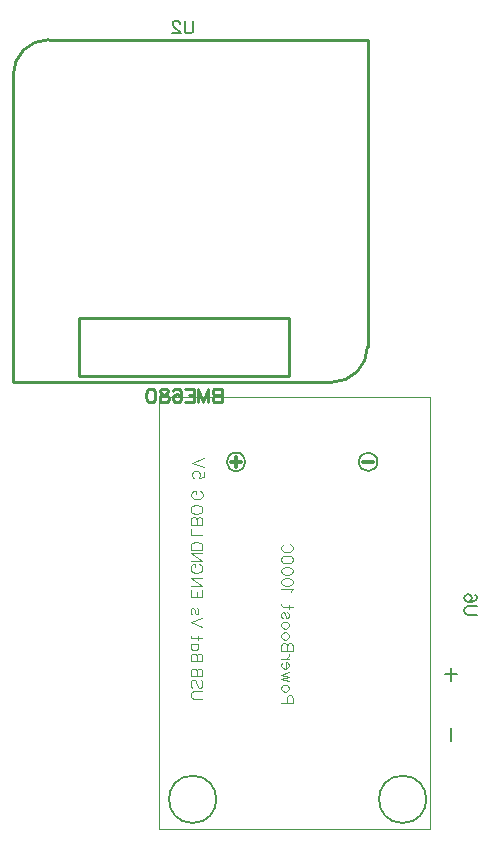
<source format=gbo>
G04 Layer: BottomSilkscreenLayer*
G04 EasyEDA v6.5.51, 2026-01-27 03:17:30*
G04 77339762291546cc9e75e89c24e87ab3,64650944e1e6431b8ca2675abf886f56,10*
G04 Gerber Generator version 0.2*
G04 Scale: 100 percent, Rotated: No, Reflected: No *
G04 Dimensions in millimeters *
G04 leading zeros omitted , absolute positions ,4 integer and 5 decimal *
%FSLAX45Y45*%
%MOMM*%

%ADD10C,0.1524*%
%ADD11C,0.2500*%
%ADD12C,0.1219*%
%ADD13C,0.2540*%
%ADD14C,0.3048*%
%ADD15C,0.1000*%
%ADD16C,0.2032*%
%ADD17C,0.0105*%

%LPD*%
D10*
X2273172Y3328543D02*
G01*
X2273172Y3250564D01*
X2268093Y3235070D01*
X2257679Y3224656D01*
X2241931Y3219577D01*
X2231516Y3219577D01*
X2216022Y3224656D01*
X2205609Y3235070D01*
X2200529Y3250564D01*
X2200529Y3328543D01*
X2160904Y3302635D02*
G01*
X2160904Y3307714D01*
X2155825Y3318129D01*
X2150490Y3323462D01*
X2140077Y3328543D01*
X2119502Y3328543D01*
X2109088Y3323462D01*
X2103754Y3318129D01*
X2098675Y3307714D01*
X2098675Y3297301D01*
X2103754Y3286887D01*
X2114168Y3271393D01*
X2166238Y3219577D01*
X2093340Y3219577D01*
D11*
X2514467Y210202D02*
G01*
X2514467Y95648D01*
X2514467Y210202D02*
G01*
X2465445Y210202D01*
X2448935Y204614D01*
X2443601Y199280D01*
X2438013Y188358D01*
X2438013Y177436D01*
X2443601Y166514D01*
X2448935Y160926D01*
X2465445Y155592D01*
X2514467Y155592D02*
G01*
X2465445Y155592D01*
X2448935Y150004D01*
X2443601Y144670D01*
X2438013Y133748D01*
X2438013Y117492D01*
X2443601Y106570D01*
X2448935Y100982D01*
X2465445Y95648D01*
X2514467Y95648D01*
X2402199Y210202D02*
G01*
X2402199Y95648D01*
X2402199Y210202D02*
G01*
X2358511Y95648D01*
X2314823Y210202D02*
G01*
X2358511Y95648D01*
X2314823Y210202D02*
G01*
X2314823Y95648D01*
X2278755Y210202D02*
G01*
X2278755Y95648D01*
X2278755Y210202D02*
G01*
X2207889Y210202D01*
X2278755Y155592D02*
G01*
X2235321Y155592D01*
X2278755Y95648D02*
G01*
X2207889Y95648D01*
X2106543Y193692D02*
G01*
X2111877Y204614D01*
X2128387Y210202D01*
X2139309Y210202D01*
X2155565Y204614D01*
X2166487Y188358D01*
X2172075Y160926D01*
X2172075Y133748D01*
X2166487Y111904D01*
X2155565Y100982D01*
X2139309Y95648D01*
X2133721Y95648D01*
X2117465Y100982D01*
X2106543Y111904D01*
X2100955Y128414D01*
X2100955Y133748D01*
X2106543Y150004D01*
X2117465Y160926D01*
X2133721Y166514D01*
X2139309Y166514D01*
X2155565Y160926D01*
X2166487Y150004D01*
X2172075Y133748D01*
X2037709Y210202D02*
G01*
X2054219Y204614D01*
X2059553Y193692D01*
X2059553Y182770D01*
X2054219Y171848D01*
X2043297Y166514D01*
X2021453Y160926D01*
X2004943Y155592D01*
X1994275Y144670D01*
X1988687Y133748D01*
X1988687Y117492D01*
X1994275Y106570D01*
X1999609Y100982D01*
X2015865Y95648D01*
X2037709Y95648D01*
X2054219Y100982D01*
X2059553Y106570D01*
X2065141Y117492D01*
X2065141Y133748D01*
X2059553Y144670D01*
X2048631Y155592D01*
X2032375Y160926D01*
X2010531Y166514D01*
X1999609Y171848D01*
X1994275Y182770D01*
X1994275Y193692D01*
X1999609Y204614D01*
X2015865Y210202D01*
X2037709Y210202D01*
X1919853Y210202D02*
G01*
X1936363Y204614D01*
X1947285Y188358D01*
X1952619Y160926D01*
X1952619Y144670D01*
X1947285Y117492D01*
X1936363Y100982D01*
X1919853Y95648D01*
X1909185Y95648D01*
X1892675Y100982D01*
X1881753Y117492D01*
X1876419Y144670D01*
X1876419Y160926D01*
X1881753Y188358D01*
X1892675Y204614D01*
X1909185Y210202D01*
X1919853Y210202D01*
D10*
X4674615Y-1701800D02*
G01*
X4596638Y-1701800D01*
X4581143Y-1696720D01*
X4570729Y-1686305D01*
X4565650Y-1670557D01*
X4565650Y-1660144D01*
X4570729Y-1644650D01*
X4581143Y-1634236D01*
X4596638Y-1629155D01*
X4674615Y-1629155D01*
X4659122Y-1532381D02*
G01*
X4669536Y-1537715D01*
X4674615Y-1553210D01*
X4674615Y-1563623D01*
X4669536Y-1579118D01*
X4653788Y-1589531D01*
X4627879Y-1594865D01*
X4601972Y-1594865D01*
X4581143Y-1589531D01*
X4570729Y-1579118D01*
X4565650Y-1563623D01*
X4565650Y-1558289D01*
X4570729Y-1542795D01*
X4581143Y-1532381D01*
X4596638Y-1527302D01*
X4601972Y-1527302D01*
X4617465Y-1532381D01*
X4627879Y-1542795D01*
X4632959Y-1558289D01*
X4632959Y-1563623D01*
X4627879Y-1579118D01*
X4617465Y-1589531D01*
X4601972Y-1594865D01*
D12*
X2326386Y-1276860D02*
G01*
X2335784Y-1281432D01*
X2344927Y-1290830D01*
X2349500Y-1299974D01*
X2349500Y-1318516D01*
X2344927Y-1327660D01*
X2335784Y-1337058D01*
X2326386Y-1341630D01*
X2312670Y-1346202D01*
X2289556Y-1346202D01*
X2275586Y-1341630D01*
X2266441Y-1337058D01*
X2257297Y-1327660D01*
X2252472Y-1318516D01*
X2252472Y-1299974D01*
X2257297Y-1290830D01*
X2266441Y-1281432D01*
X2275586Y-1276860D01*
X2289556Y-1276860D01*
X2289556Y-1299974D02*
G01*
X2289556Y-1276860D01*
X2349500Y-1246380D02*
G01*
X2252472Y-1246380D01*
X2349500Y-1246380D02*
G01*
X2252472Y-1181864D01*
X2349500Y-1181864D02*
G01*
X2252472Y-1181864D01*
X2349500Y-1151384D02*
G01*
X2252472Y-1151384D01*
X2349500Y-1151384D02*
G01*
X2349500Y-1118872D01*
X2344927Y-1105156D01*
X2335784Y-1096012D01*
X2326386Y-1091186D01*
X2312670Y-1086614D01*
X2289556Y-1086614D01*
X2275586Y-1091186D01*
X2266441Y-1096012D01*
X2257297Y-1105156D01*
X2252472Y-1118872D01*
X2252472Y-1151384D01*
X2349474Y-1550796D02*
G01*
X2252446Y-1550796D01*
X2349474Y-1550796D02*
G01*
X2349474Y-1490853D01*
X2303246Y-1550796D02*
G01*
X2303246Y-1513967D01*
X2252446Y-1550796D02*
G01*
X2252446Y-1490853D01*
X2349474Y-1460372D02*
G01*
X2252446Y-1460372D01*
X2349474Y-1460372D02*
G01*
X2252446Y-1395603D01*
X2349474Y-1395603D02*
G01*
X2252446Y-1395603D01*
X3116072Y-2451100D02*
G01*
X3019043Y-2451100D01*
X3116072Y-2451100D02*
G01*
X3116072Y-2409444D01*
X3111500Y-2395728D01*
X3106927Y-2391155D01*
X3097529Y-2386329D01*
X3083813Y-2386329D01*
X3074670Y-2391155D01*
X3069843Y-2395728D01*
X3065272Y-2409444D01*
X3065272Y-2451100D01*
X3083813Y-2332989D02*
G01*
X3079241Y-2342134D01*
X3069843Y-2351278D01*
X3056127Y-2355850D01*
X3046729Y-2355850D01*
X3033013Y-2351278D01*
X3023870Y-2342134D01*
X3019043Y-2332989D01*
X3019043Y-2319020D01*
X3023870Y-2309876D01*
X3033013Y-2300478D01*
X3046729Y-2295905D01*
X3056127Y-2295905D01*
X3069843Y-2300478D01*
X3079241Y-2309876D01*
X3083813Y-2319020D01*
X3083813Y-2332989D01*
X3083813Y-2265426D02*
G01*
X3019043Y-2246884D01*
X3083813Y-2228595D02*
G01*
X3019043Y-2246884D01*
X3083813Y-2228595D02*
G01*
X3019043Y-2210054D01*
X3083813Y-2191512D02*
G01*
X3019043Y-2210054D01*
X3056127Y-2161031D02*
G01*
X3056127Y-2105660D01*
X3065272Y-2105660D01*
X3074670Y-2110231D01*
X3079241Y-2114804D01*
X3083813Y-2124202D01*
X3083813Y-2137918D01*
X3079241Y-2147315D01*
X3069843Y-2156460D01*
X3056127Y-2161031D01*
X3046729Y-2161031D01*
X3033013Y-2156460D01*
X3023870Y-2147315D01*
X3019043Y-2137918D01*
X3019043Y-2124202D01*
X3023870Y-2114804D01*
X3033013Y-2105660D01*
X3083813Y-2075179D02*
G01*
X3019043Y-2075179D01*
X3056127Y-2075179D02*
G01*
X3069843Y-2070607D01*
X3079241Y-2061210D01*
X3083813Y-2052065D01*
X3083813Y-2038350D01*
X3116072Y-2007870D02*
G01*
X3019043Y-2007870D01*
X3116072Y-2007870D02*
G01*
X3116072Y-1966213D01*
X3111500Y-1952244D01*
X3106927Y-1947671D01*
X3097529Y-1943100D01*
X3088386Y-1943100D01*
X3079241Y-1947671D01*
X3074670Y-1952244D01*
X3069843Y-1966213D01*
X3069843Y-2007870D02*
G01*
X3069843Y-1966213D01*
X3065272Y-1952244D01*
X3060700Y-1947671D01*
X3051556Y-1943100D01*
X3037586Y-1943100D01*
X3028441Y-1947671D01*
X3023870Y-1952244D01*
X3019043Y-1966213D01*
X3019043Y-2007870D01*
X3083813Y-1889505D02*
G01*
X3079241Y-1898650D01*
X3069843Y-1908047D01*
X3056127Y-1912620D01*
X3046729Y-1912620D01*
X3033013Y-1908047D01*
X3023870Y-1898650D01*
X3019043Y-1889505D01*
X3019043Y-1875789D01*
X3023870Y-1866392D01*
X3033013Y-1857247D01*
X3046729Y-1852676D01*
X3056127Y-1852676D01*
X3069843Y-1857247D01*
X3079241Y-1866392D01*
X3083813Y-1875789D01*
X3083813Y-1889505D01*
X3083813Y-1799081D02*
G01*
X3079241Y-1808226D01*
X3069843Y-1817370D01*
X3056127Y-1822195D01*
X3046729Y-1822195D01*
X3033013Y-1817370D01*
X3023870Y-1808226D01*
X3019043Y-1799081D01*
X3019043Y-1785112D01*
X3023870Y-1775968D01*
X3033013Y-1766570D01*
X3046729Y-1761997D01*
X3056127Y-1761997D01*
X3069843Y-1766570D01*
X3079241Y-1775968D01*
X3083813Y-1785112D01*
X3083813Y-1799081D01*
X3069843Y-1680718D02*
G01*
X3079241Y-1685289D01*
X3083813Y-1699260D01*
X3083813Y-1713229D01*
X3079241Y-1726945D01*
X3069843Y-1731518D01*
X3060700Y-1726945D01*
X3056127Y-1717802D01*
X3051556Y-1694687D01*
X3046729Y-1685289D01*
X3037586Y-1680718D01*
X3033013Y-1680718D01*
X3023870Y-1685289D01*
X3019043Y-1699260D01*
X3019043Y-1713229D01*
X3023870Y-1726945D01*
X3033013Y-1731518D01*
X3116072Y-1636521D02*
G01*
X3037586Y-1636521D01*
X3023870Y-1631950D01*
X3019043Y-1622552D01*
X3019043Y-1613407D01*
X3083813Y-1650237D02*
G01*
X3083813Y-1617979D01*
X3097529Y-1511807D02*
G01*
X3102356Y-1502410D01*
X3116072Y-1488694D01*
X3019043Y-1488694D01*
X3116072Y-1430528D02*
G01*
X3111500Y-1444244D01*
X3097529Y-1453642D01*
X3074670Y-1458213D01*
X3060700Y-1458213D01*
X3037586Y-1453642D01*
X3023870Y-1444244D01*
X3019043Y-1430528D01*
X3019043Y-1421129D01*
X3023870Y-1407413D01*
X3037586Y-1398270D01*
X3060700Y-1393444D01*
X3074670Y-1393444D01*
X3097529Y-1398270D01*
X3111500Y-1407413D01*
X3116072Y-1421129D01*
X3116072Y-1430528D01*
X3116072Y-1335278D02*
G01*
X3111500Y-1349247D01*
X3097529Y-1358392D01*
X3074670Y-1362963D01*
X3060700Y-1362963D01*
X3037586Y-1358392D01*
X3023870Y-1349247D01*
X3019043Y-1335278D01*
X3019043Y-1326134D01*
X3023870Y-1312163D01*
X3037586Y-1303020D01*
X3060700Y-1298447D01*
X3074670Y-1298447D01*
X3097529Y-1303020D01*
X3111500Y-1312163D01*
X3116072Y-1326134D01*
X3116072Y-1335278D01*
X3116072Y-1240281D02*
G01*
X3111500Y-1253997D01*
X3097529Y-1263395D01*
X3074670Y-1267968D01*
X3060700Y-1267968D01*
X3037586Y-1263395D01*
X3023870Y-1253997D01*
X3019043Y-1240281D01*
X3019043Y-1230884D01*
X3023870Y-1217168D01*
X3037586Y-1207770D01*
X3060700Y-1203197D01*
X3074670Y-1203197D01*
X3097529Y-1207770D01*
X3111500Y-1217168D01*
X3116072Y-1230884D01*
X3116072Y-1240281D01*
X3092958Y-1103629D02*
G01*
X3102356Y-1108202D01*
X3111500Y-1117345D01*
X3116072Y-1126489D01*
X3116072Y-1145031D01*
X3111500Y-1154429D01*
X3102356Y-1163573D01*
X3092958Y-1168145D01*
X3079241Y-1172718D01*
X3056127Y-1172718D01*
X3042158Y-1168145D01*
X3033013Y-1163573D01*
X3023870Y-1154429D01*
X3019043Y-1145031D01*
X3019043Y-1126489D01*
X3023870Y-1117345D01*
X3033013Y-1108202D01*
X3042158Y-1103629D01*
X2349474Y-2096896D02*
G01*
X2252446Y-2096896D01*
X2349474Y-2096896D02*
G01*
X2349474Y-2055240D01*
X2344902Y-2041525D01*
X2340330Y-2036953D01*
X2330932Y-2032127D01*
X2321788Y-2032127D01*
X2312644Y-2036953D01*
X2308072Y-2041525D01*
X2303246Y-2055240D01*
X2303246Y-2096896D02*
G01*
X2303246Y-2055240D01*
X2298674Y-2041525D01*
X2294102Y-2036953D01*
X2284958Y-2032127D01*
X2270988Y-2032127D01*
X2261844Y-2036953D01*
X2257272Y-2041525D01*
X2252446Y-2055240D01*
X2252446Y-2096896D01*
X2317216Y-1946275D02*
G01*
X2252446Y-1946275D01*
X2303246Y-1946275D02*
G01*
X2312644Y-1955672D01*
X2317216Y-1964817D01*
X2317216Y-1978787D01*
X2312644Y-1987930D01*
X2303246Y-1997075D01*
X2289530Y-2001646D01*
X2280132Y-2001646D01*
X2266416Y-1997075D01*
X2257272Y-1987930D01*
X2252446Y-1978787D01*
X2252446Y-1964817D01*
X2257272Y-1955672D01*
X2266416Y-1946275D01*
X2349474Y-1902079D02*
G01*
X2270988Y-1902079D01*
X2257272Y-1897506D01*
X2252446Y-1888109D01*
X2252446Y-1878964D01*
X2317216Y-1915795D02*
G01*
X2317216Y-1883537D01*
X2349474Y-2414396D02*
G01*
X2280132Y-2414396D01*
X2266416Y-2409825D01*
X2257272Y-2400427D01*
X2252446Y-2386711D01*
X2252446Y-2377567D01*
X2257272Y-2363596D01*
X2266416Y-2354453D01*
X2280132Y-2349627D01*
X2349474Y-2349627D01*
X2335758Y-2254630D02*
G01*
X2344902Y-2263775D01*
X2349474Y-2277745D01*
X2349474Y-2296287D01*
X2344902Y-2310003D01*
X2335758Y-2319146D01*
X2326360Y-2319146D01*
X2317216Y-2314575D01*
X2312644Y-2310003D01*
X2308072Y-2300859D01*
X2298674Y-2273172D01*
X2294102Y-2263775D01*
X2289530Y-2259203D01*
X2280132Y-2254630D01*
X2266416Y-2254630D01*
X2257272Y-2263775D01*
X2252446Y-2277745D01*
X2252446Y-2296287D01*
X2257272Y-2310003D01*
X2266416Y-2319146D01*
X2349474Y-2224151D02*
G01*
X2252446Y-2224151D01*
X2349474Y-2224151D02*
G01*
X2349474Y-2182495D01*
X2344902Y-2168779D01*
X2340330Y-2164206D01*
X2330932Y-2159380D01*
X2321788Y-2159380D01*
X2312644Y-2164206D01*
X2308072Y-2168779D01*
X2303246Y-2182495D01*
X2303246Y-2224151D02*
G01*
X2303246Y-2182495D01*
X2298674Y-2168779D01*
X2294102Y-2164206D01*
X2284958Y-2159380D01*
X2270988Y-2159380D01*
X2261844Y-2164206D01*
X2257272Y-2168779D01*
X2252446Y-2182495D01*
X2252446Y-2224151D01*
X2349474Y-1804796D02*
G01*
X2252446Y-1767967D01*
X2349474Y-1730882D02*
G01*
X2252446Y-1767967D01*
X2303246Y-1649603D02*
G01*
X2312644Y-1654175D01*
X2317216Y-1668145D01*
X2317216Y-1681861D01*
X2312644Y-1695830D01*
X2303246Y-1700403D01*
X2294102Y-1695830D01*
X2289530Y-1686687D01*
X2284958Y-1663572D01*
X2280132Y-1654175D01*
X2270988Y-1649603D01*
X2266416Y-1649603D01*
X2257272Y-1654175D01*
X2252446Y-1668145D01*
X2252446Y-1681861D01*
X2257272Y-1695830D01*
X2266416Y-1700403D01*
D10*
X4508502Y-2208532D02*
G01*
X4404362Y-2208532D01*
X4456432Y-2260602D02*
G01*
X4456432Y-2156716D01*
X4457700Y-2768600D02*
G01*
X4457700Y-2664713D01*
D12*
X2362174Y-492125D02*
G01*
X2362174Y-538353D01*
X2320772Y-542925D01*
X2325344Y-538353D01*
X2329916Y-524382D01*
X2329916Y-510667D01*
X2325344Y-496696D01*
X2315946Y-487553D01*
X2302230Y-482727D01*
X2292832Y-482727D01*
X2279116Y-487553D01*
X2269972Y-496696D01*
X2265146Y-510667D01*
X2265146Y-524382D01*
X2269972Y-538353D01*
X2274544Y-542925D01*
X2283688Y-547496D01*
X2362174Y-452246D02*
G01*
X2265146Y-415417D01*
X2362174Y-378587D02*
G01*
X2265146Y-415417D01*
X2330958Y-654557D02*
G01*
X2340356Y-659129D01*
X2349500Y-668528D01*
X2354072Y-677671D01*
X2354072Y-696213D01*
X2349500Y-705357D01*
X2340356Y-714755D01*
X2330958Y-719328D01*
X2317241Y-723900D01*
X2294127Y-723900D01*
X2280158Y-719328D01*
X2271013Y-714755D01*
X2261870Y-705357D01*
X2257043Y-696213D01*
X2257043Y-677671D01*
X2261870Y-668528D01*
X2271013Y-659129D01*
X2280158Y-654557D01*
X2294127Y-654557D01*
X2294127Y-677671D02*
G01*
X2294127Y-654557D01*
X2349502Y-1028700D02*
G01*
X2252474Y-1028700D01*
X2252474Y-1028700D02*
G01*
X2252474Y-973328D01*
X2349502Y-942847D02*
G01*
X2252474Y-942847D01*
X2349502Y-942847D02*
G01*
X2349502Y-901192D01*
X2344930Y-887476D01*
X2340358Y-882650D01*
X2330960Y-878078D01*
X2321816Y-878078D01*
X2312672Y-882650D01*
X2308100Y-887476D01*
X2303274Y-901192D01*
X2303274Y-942847D02*
G01*
X2303274Y-901192D01*
X2298702Y-887476D01*
X2294130Y-882650D01*
X2284986Y-878078D01*
X2271016Y-878078D01*
X2261872Y-882650D01*
X2257300Y-887476D01*
X2252474Y-901192D01*
X2252474Y-942847D01*
X2349502Y-819912D02*
G01*
X2344930Y-829310D01*
X2335786Y-838454D01*
X2326388Y-843026D01*
X2312672Y-847597D01*
X2289558Y-847597D01*
X2275588Y-843026D01*
X2266444Y-838454D01*
X2257300Y-829310D01*
X2252474Y-819912D01*
X2252474Y-801370D01*
X2257300Y-792226D01*
X2266444Y-783081D01*
X2275588Y-778510D01*
X2289558Y-773684D01*
X2312672Y-773684D01*
X2326388Y-778510D01*
X2335786Y-783081D01*
X2344930Y-792226D01*
X2349502Y-801370D01*
X2349502Y-819912D01*
D13*
X1049047Y3166719D02*
G01*
X3748684Y3166719D01*
X749300Y266700D02*
G01*
X3448936Y266700D01*
X3749301Y566671D02*
G01*
X3749301Y3166673D01*
X749300Y266700D02*
G01*
X749300Y2866671D01*
X3086100Y812800D02*
G01*
X1308100Y812800D01*
X1308100Y317500D01*
X3086100Y317500D01*
X3086100Y812800D01*
D14*
X2637002Y-368122D02*
G01*
X2637002Y-447497D01*
X2676677Y-407796D02*
G01*
X2597327Y-407796D01*
X3794277Y-407796D02*
G01*
X3714902Y-407796D01*
D15*
X4279900Y-3517900D02*
G01*
X4279900Y139700D01*
X1981200Y139700D01*
X1981200Y-3517900D01*
X4279900Y-3517900D01*
D13*
G75*
G01*
X3449094Y266548D02*
G03*
X3749065Y566778I-28J299999D01*
G75*
G01*
X1049048Y3166720D02*
G03*
X749069Y2866751I20J-300000D01*
D16*
G75*
G01*
X2268703Y-3065297D02*
G02*
X2268220Y-3065297I-242J-200000D01*
G75*
G01*
X2637003Y-329641D02*
G02*
X2636596Y-329641I-204J-78181D01*
G75*
G01*
X3832758Y-407797D02*
G02*
X3832758Y-407391I-78181J203D01*
G75*
G01*
X4046703Y-3065297D02*
G02*
X4046220Y-3065297I-242J-200000D01*
M02*

</source>
